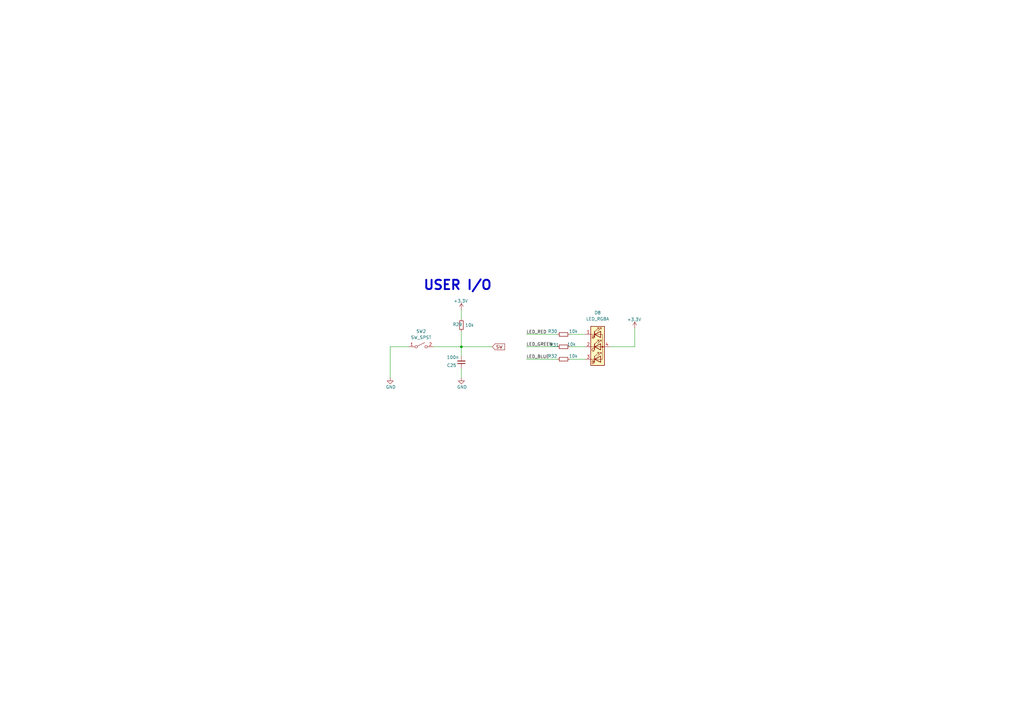
<source format=kicad_sch>
(kicad_sch (version 20231120) (generator "eeschema") (generator_version "8.0")
  (paper "A3")
  (lib_symbols
    (symbol "Device:C_Small" (pin_numbers hide) (pin_names (offset 0.254) hide)
      (property "Reference" "C" (at 0.254 1.778 0))
      (property "Value" "C_Small" (at 0.254 -2.032 0))
      (symbol "C_Small_0_1"
        (polyline (pts (xy -1.524 -0.508) (xy 1.524 -0.508)) (stroke (width 0.3302)))
        (polyline (pts (xy -1.524 0.508) (xy 1.524 0.508)) (stroke (width 0.3048)))
      )
      (symbol "C_Small_1_1"
        (pin passive line (at 0 2.54 270) (length 2.032) (name "~") (number "1"))
        (pin passive line (at 0 -2.54 90) (length 2.032) (name "~") (number "2"))
      )
    )
    (symbol "Device:LED_RGBA" (pin_names (offset 0) hide)
      (property "Reference" "D" (at 0 9.398 0))
      (property "Value" "LED_RGBA" (at 0 -8.89 0))
      (symbol "LED_RGBA_0_0"
        (text "B" (at -1.905 -6.35 0) (effects (font (size 1.27 1.27))))
        (text "G" (at -1.905 -1.27 0) (effects (font (size 1.27 1.27))))
        (text "R" (at -1.905 3.81 0) (effects (font (size 1.27 1.27))))
      )
      (symbol "LED_RGBA_0_1"
        (polyline (pts (xy -1.27 -5.08) (xy -2.54 -5.08)))
        (polyline (pts (xy -1.27 -5.08) (xy 1.27 -5.08)))
        (polyline (pts (xy -1.27 -3.81) (xy -1.27 -6.35)) (stroke (width 0.254)))
        (polyline (pts (xy -1.27 0) (xy -2.54 0)))
        (polyline (pts (xy -1.27 1.27) (xy -1.27 -1.27)) (stroke (width 0.254)))
        (polyline (pts (xy -1.27 5.08) (xy -2.54 5.08)))
        (polyline (pts (xy -1.27 5.08) (xy 1.27 5.08)))
        (polyline (pts (xy -1.27 6.35) (xy -1.27 3.81)) (stroke (width 0.254)))
        (polyline (pts (xy 1.27 0) (xy -1.27 0)))
        (polyline (pts (xy 1.27 0) (xy 2.54 0)))
        (polyline (pts (xy -1.27 1.27) (xy -1.27 -1.27) (xy -1.27 -1.27)))
        (polyline (pts (xy -1.27 6.35) (xy -1.27 3.81) (xy -1.27 3.81)))
        (polyline (pts (xy 1.27 -5.08) (xy 2.032 -5.08) (xy 2.032 5.08) (xy 1.27 5.08)))
        (polyline (pts (xy 1.27 -3.81) (xy 1.27 -6.35) (xy -1.27 -5.08) (xy 1.27 -3.81)) (stroke (width 0.254)))
        (polyline (pts (xy 1.27 1.27) (xy 1.27 -1.27) (xy -1.27 0) (xy 1.27 1.27)) (stroke (width 0.254)))
        (polyline (pts (xy 1.27 6.35) (xy 1.27 3.81) (xy -1.27 5.08) (xy 1.27 6.35)) (stroke (width 0.254)))
        (polyline (pts (xy -1.016 -3.81) (xy 0.508 -2.286) (xy -0.254 -2.286) (xy 0.508 -2.286) (xy 0.508 -3.048)))
        (polyline (pts (xy -1.016 1.27) (xy 0.508 2.794) (xy -0.254 2.794) (xy 0.508 2.794) (xy 0.508 2.032)))
        (polyline (pts (xy -1.016 6.35) (xy 0.508 7.874) (xy -0.254 7.874) (xy 0.508 7.874) (xy 0.508 7.112)))
        (polyline (pts (xy 0 -3.81) (xy 1.524 -2.286) (xy 0.762 -2.286) (xy 1.524 -2.286) (xy 1.524 -3.048)))
        (polyline (pts (xy 0 1.27) (xy 1.524 2.794) (xy 0.762 2.794) (xy 1.524 2.794) (xy 1.524 2.032)))
        (polyline (pts (xy 0 6.35) (xy 1.524 7.874) (xy 0.762 7.874) (xy 1.524 7.874) (xy 1.524 7.112)))
        (rectangle (start 1.27 -1.27) (end 1.27 1.27))
        (rectangle (start 1.27 1.27) (end 1.27 1.27))
        (rectangle (start 1.27 3.81) (end 1.27 6.35))
        (rectangle (start 1.27 6.35) (end 1.27 6.35))
        (circle (center 2.032 0) (radius 0.254) (fill (type outline)))
        (rectangle (start 2.794 8.382) (end -2.794 -7.62) (stroke (width 0.254)) (fill (type background)))
      )
      (symbol "LED_RGBA_1_1"
        (pin passive line (at -5.08 5.08 0) (length 2.54) (name "RK") (number "1"))
        (pin passive line (at -5.08 0 0) (length 2.54) (name "GK") (number "2"))
        (pin passive line (at -5.08 -5.08 0) (length 2.54) (name "BK") (number "3"))
        (pin passive line (at 5.08 0 180) (length 2.54) (name "A") (number "4"))
      )
    )
    (symbol "Device:R_Small" (pin_numbers hide) (pin_names (offset 0.254) hide)
      (property "Reference" "R" (at 0.762 0.508 0))
      (property "Value" "R_Small" (at 0.762 -1.016 0))
      (symbol "R_Small_0_1"
        (rectangle (start -0.762 1.778) (end 0.762 -1.778) (stroke (width 0.2032)))
      )
      (symbol "R_Small_1_1"
        (pin passive line (at 0 2.54 270) (length 0.762) (name "~") (number "1"))
        (pin passive line (at 0 -2.54 90) (length 0.762) (name "~") (number "2"))
      )
    )
    (symbol "Switch:SW_SPST" (pin_names (offset 0) hide)
      (property "Reference" "SW" (at 0 3.175 0))
      (property "Value" "SW_SPST" (at 0 -2.54 0))
      (symbol "SW_SPST_0_0"
        (circle (center -2.032 0) (radius 0.508))
        (polyline (pts (xy -1.524 0.254) (xy 1.524 1.778)))
        (circle (center 2.032 0) (radius 0.508))
      )
      (symbol "SW_SPST_1_1"
        (pin passive line (at -5.08 0 0) (length 2.54) (name "A") (number "1"))
        (pin passive line (at 5.08 0 180) (length 2.54) (name "B") (number "2"))
      )
    )
    (symbol "power:+5V" (power) (pin_numbers hide) (pin_names (offset 0) hide)
      (property "Value" "+5V" (at 0 3.556 0))
      (symbol "+5V_0_1"
        (polyline (pts (xy -0.762 1.27) (xy 0 2.54)))
        (polyline (pts (xy 0 0) (xy 0 2.54)))
        (polyline (pts (xy 0 2.54) (xy 0.762 1.27)))
      )
      (symbol "+5V_1_1"
        (pin power_in line (at 0 0 90) (length 0) (name "~") (number "1"))
      )
    )
    (symbol "power:GND" (power) (pin_numbers hide) (pin_names (offset 0) hide)
      (property "Value" "GND" (at 0 -3.81 0))
      (symbol "GND_0_1"
        (polyline (pts (xy 0 0) (xy 0 -1.27) (xy 1.27 -1.27) (xy 0 -2.54) (xy -1.27 -1.27) (xy 0 -1.27)))
      )
      (symbol "GND_1_1"
        (pin power_in line (at 0 0 270) (length 0) (name "~") (number "1"))
      )
    )
  )
  (junction (at 189.23 142.24))
  (wire (pts (xy 250.19 142.24) (xy 260.35 142.24)))
  (wire (pts (xy 189.23 142.24) (xy 177.8 142.24)))
  (wire (pts (xy 233.68 142.24) (xy 240.03 142.24)))
  (wire (pts (xy 215.9 142.24) (xy 228.6 142.24)))
  (wire (pts (xy 233.68 137.16) (xy 240.03 137.16)))
  (wire (pts (xy 215.9 147.32) (xy 228.6 147.32)))
  (wire (pts (xy 189.23 142.24) (xy 201.93 142.24)))
  (wire (pts (xy 233.68 147.32) (xy 240.03 147.32)))
  (wire (pts (xy 189.23 130.81) (xy 189.23 127)))
  (wire (pts (xy 160.02 142.24) (xy 160.02 154.94)))
  (wire (pts (xy 167.64 142.24) (xy 160.02 142.24)))
  (wire (pts (xy 189.23 151.13) (xy 189.23 154.94)))
  (wire (pts (xy 189.23 135.89) (xy 189.23 142.24)))
  (wire (pts (xy 260.35 142.24) (xy 260.35 134.62)))
  (wire (pts (xy 189.23 146.05) (xy 189.23 142.24)))
  (wire (pts (xy 215.9 137.16) (xy 228.6 137.16)))
  (text "USER I/O\n" (at 187.706 117.094 0) (effects (font (size 3.81 3.81) (thickness 0.762) (bold yes))))
  (label "LED_BLUE" (at 215.9 147.32 0))
  (label "LED_RED" (at 215.9 137.16 0))
  (label "LED_GREEN" (at 215.9 142.24 0))
  (global_label "SW" (shape input) (at 201.93 142.24 0) (property "Intersheetrefs" "${INTERSHEET_REFS}" (effects (hide yes))))
  (symbol (lib_id "power:+5V") (at 260.35 134.62 0) (unit 1)
    (property "Reference" "#PWR089" (effects (hide yes)))
    (property "Value" "+3.3V" (at 260.096 131.064 0))
    (property "Description" "Power symbol creates a global label with name \"+5V\"" (effects (hide yes)))
  )
  (symbol (lib_id "Device:R_Small") (at 231.14 147.32 90) (unit 1)
    (property "Reference" "R32" (at 228.6 146.05 90) (effects (justify left)))
    (property "Value" "10k" (at 236.982 146.05 90) (effects (justify left)))
    (property "Footprint" "Resistor_SMD:R_01005_0402Metric_Pad0.57x0.30mm_HandSolder" (effects (hide yes)))
    (property "Description" "Resistor, small symbol" (effects (hide yes)))
  )
  (symbol (lib_id "power:+5V") (at 189.23 127 0) (unit 1)
    (property "Reference" "#PWR087" (effects (hide yes)))
    (property "Value" "+3.3V" (at 188.976 123.444 0))
    (property "Description" "Power symbol creates a global label with name \"+5V\"" (effects (hide yes)))
  )
  (symbol (lib_id "Switch:SW_SPST") (at 172.72 142.24 0) (unit 1)
    (property "Reference" "SW2" (at 172.72 135.89 0))
    (property "Value" "SW_SPST" (at 172.72 138.43 0))
    (property "Footprint" "Button_Switch_THT:SW_PUSH_1P1T_6x3.5mm_H4.3_APEM_MJTP1243" (effects (hide yes)))
    (property "Description" "Single Pole Single Throw (SPST) switch" (effects (hide yes)))
  )
  (symbol (lib_id "power:GND") (at 160.02 154.94 0) (unit 1)
    (property "Reference" "#PWR086" (effects (hide yes)))
    (property "Value" "GND" (at 160.274 158.75 0))
    (property "Description" "Power symbol creates a global label with name \"GND\" , ground" (effects (hide yes)))
  )
  (symbol (lib_id "Device:LED_RGBA") (at 245.11 142.24 0) (unit 1)
    (property "Reference" "D8" (at 245.11 128.27 0))
    (property "Value" "LED_RGBA" (at 245.11 130.81 0))
    (property "Footprint" "LED_SMD:LED_RGB_Wuerth-PLCC4_3.2x2.8mm_150141M173100" (effects (hide yes)))
    (property "Description" "RGB LED, red/green/blue/anode" (effects (hide yes)))
  )
  (symbol (lib_id "Device:R_Small") (at 189.23 133.35 0) (unit 1)
    (property "Reference" "R29" (at 185.674 133.096 0) (effects (justify left)))
    (property "Value" "10k" (at 190.754 133.35 0) (effects (justify left)))
    (property "Footprint" "Resistor_SMD:R_01005_0402Metric_Pad0.57x0.30mm_HandSolder" (effects (hide yes)))
    (property "Description" "Resistor, small symbol" (effects (hide yes)))
  )
  (symbol (lib_id "Device:R_Small") (at 231.14 142.24 90) (unit 1)
    (property "Reference" "R31" (at 229.362 141.478 90) (effects (justify left)))
    (property "Value" "10k" (at 236.22 141.224 90) (effects (justify left)))
    (property "Footprint" "Resistor_SMD:R_01005_0402Metric_Pad0.57x0.30mm_HandSolder" (effects (hide yes)))
    (property "Description" "Resistor, small symbol" (effects (hide yes)))
  )
  (symbol (lib_id "Device:R_Small") (at 231.14 137.16 90) (unit 1)
    (property "Reference" "R30" (at 228.6 135.89 90) (effects (justify left)))
    (property "Value" "10k" (at 236.982 135.89 90) (effects (justify left)))
    (property "Footprint" "Resistor_SMD:R_01005_0402Metric_Pad0.57x0.30mm_HandSolder" (effects (hide yes)))
    (property "Description" "Resistor, small symbol" (effects (hide yes)))
  )
  (symbol (lib_id "power:GND") (at 189.23 154.94 0) (unit 1)
    (property "Reference" "#PWR088" (effects (hide yes)))
    (property "Value" "GND" (at 189.484 158.75 0))
    (property "Description" "Power symbol creates a global label with name \"GND\" , ground" (effects (hide yes)))
  )
  (symbol (lib_id "Device:C_Small") (at 189.23 148.59 180) (unit 1)
    (property "Reference" "C25" (at 187.198 149.86 0) (effects (justify left)))
    (property "Value" "100n" (at 188.214 146.558 0) (effects (justify left)))
    (property "Footprint" "Capacitor_SMD:C_0201_0603Metric_Pad0.64x0.40mm_HandSolder" (effects (hide yes)))
    (property "Description" "Unpolarized capacitor, small symbol" (effects (hide yes)))
  )
)
</source>
